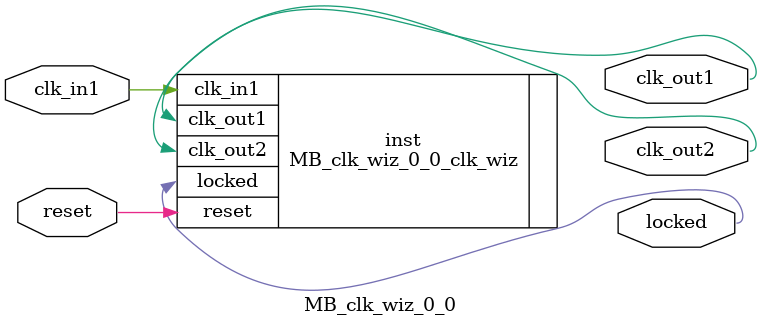
<source format=v>


`timescale 1ps/1ps

(* CORE_GENERATION_INFO = "MB_clk_wiz_0_0,clk_wiz_v6_0_14_0_0,{component_name=MB_clk_wiz_0_0,use_phase_alignment=true,use_min_o_jitter=false,use_max_i_jitter=false,use_dyn_phase_shift=false,use_inclk_switchover=false,use_dyn_reconfig=false,enable_axi=0,feedback_source=FDBK_AUTO,PRIMITIVE=MMCM,num_out_clk=2,clkin1_period=10.000,clkin2_period=10.000,use_power_down=false,use_reset=true,use_locked=true,use_inclk_stopped=false,feedback_type=SINGLE,CLOCK_MGR_TYPE=NA,manual_override=false}" *)

module MB_clk_wiz_0_0 
 (
  // Clock out ports
  output        clk_out1,
  output        clk_out2,
  // Status and control signals
  input         reset,
  output        locked,
 // Clock in ports
  input         clk_in1
 );

  MB_clk_wiz_0_0_clk_wiz inst
  (
  // Clock out ports  
  .clk_out1(clk_out1),
  .clk_out2(clk_out2),
  // Status and control signals               
  .reset(reset), 
  .locked(locked),
 // Clock in ports
  .clk_in1(clk_in1)
  );

endmodule

</source>
